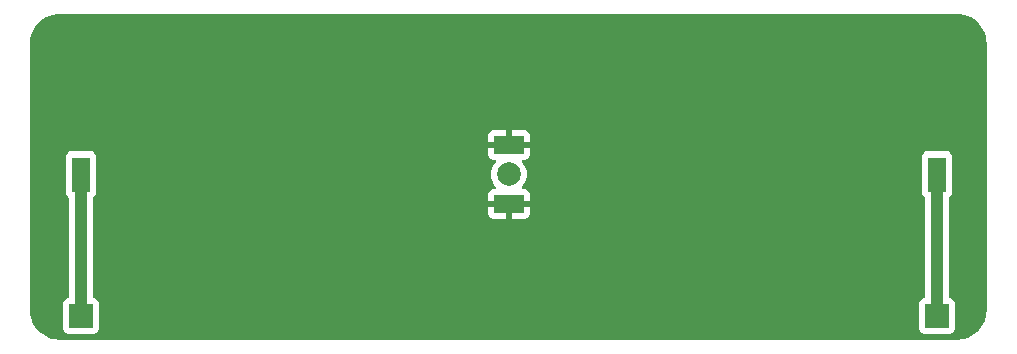
<source format=gbr>
%TF.GenerationSoftware,KiCad,Pcbnew,(6.0.6-0)*%
%TF.CreationDate,2022-09-18T15:49:11+02:00*%
%TF.ProjectId,magnetic-18350-holder-charger,6d61676e-6574-4696-932d-31383335302d,rev?*%
%TF.SameCoordinates,Original*%
%TF.FileFunction,Copper,L1,Top*%
%TF.FilePolarity,Positive*%
%FSLAX46Y46*%
G04 Gerber Fmt 4.6, Leading zero omitted, Abs format (unit mm)*
G04 Created by KiCad (PCBNEW (6.0.6-0)) date 2022-09-18 15:49:11*
%MOMM*%
%LPD*%
G01*
G04 APERTURE LIST*
%TA.AperFunction,SMDPad,CuDef*%
%ADD10R,2.000000X2.000000*%
%TD*%
%TA.AperFunction,ComponentPad*%
%ADD11R,1.500000X3.000000*%
%TD*%
%TA.AperFunction,ComponentPad*%
%ADD12C,2.000000*%
%TD*%
%TA.AperFunction,ComponentPad*%
%ADD13R,2.500000X1.500000*%
%TD*%
%TA.AperFunction,Conductor*%
%ADD14C,1.000000*%
%TD*%
G04 APERTURE END LIST*
D10*
%TO.P,VBAT+,1*%
%TO.N,Net-(U1-Pad5)*%
X102800000Y-102500000D03*
%TD*%
%TO.P,VBAT-,1*%
%TO.N,Net-(U1-Pad6)*%
X175300000Y-102500000D03*
%TD*%
D11*
%TO.P,U3,1,V+*%
%TO.N,Net-(U1-Pad5)*%
X102814644Y-90521091D03*
%TO.P,U3,2,V-*%
%TO.N,Net-(U1-Pad6)*%
X175314644Y-90521091D03*
%TD*%
D12*
%TO.P,U2,1,V+*%
%TO.N,Net-(U1-Pad3)*%
X139050000Y-90500000D03*
D13*
%TO.P,U2,2,GND*%
%TO.N,GND*%
X139050000Y-88000000D03*
%TO.P,U2,3,GND*%
X139050000Y-93000000D03*
%TD*%
D14*
%TO.N,Net-(U1-Pad5)*%
X102814644Y-90521091D02*
X102814644Y-102485356D01*
X102814644Y-102485356D02*
X102800000Y-102500000D01*
%TO.N,Net-(U1-Pad6)*%
X175314644Y-102485356D02*
X175300000Y-102500000D01*
X175314644Y-90521091D02*
X175314644Y-102485356D01*
%TD*%
%TA.AperFunction,Conductor*%
%TO.N,GND*%
G36*
X176988729Y-76911453D02*
G01*
X176995360Y-76912531D01*
X177010282Y-76914957D01*
X177027538Y-76912818D01*
X177051454Y-76912143D01*
X177195923Y-76921816D01*
X177307942Y-76929317D01*
X177322971Y-76931236D01*
X177602420Y-76984161D01*
X177617101Y-76987868D01*
X177882068Y-77072011D01*
X177888177Y-77073951D01*
X177902315Y-77079396D01*
X178161101Y-77197394D01*
X178174484Y-77204497D01*
X178413121Y-77350190D01*
X178417227Y-77352697D01*
X178429661Y-77361355D01*
X178652870Y-77537626D01*
X178664174Y-77547714D01*
X178864609Y-77749497D01*
X178874619Y-77760867D01*
X179047606Y-77982964D01*
X179049383Y-77985246D01*
X179057956Y-77997735D01*
X179203347Y-78239507D01*
X179204533Y-78241479D01*
X179211546Y-78254909D01*
X179327804Y-78514477D01*
X179333154Y-78528651D01*
X179417415Y-78800290D01*
X179421026Y-78815005D01*
X179472075Y-79094804D01*
X179473893Y-79109845D01*
X179488925Y-79359450D01*
X179487699Y-79385448D01*
X179487690Y-79386170D01*
X179486309Y-79395041D01*
X179487473Y-79403944D01*
X179487473Y-79403949D01*
X179490436Y-79426611D01*
X179491500Y-79442947D01*
X179491500Y-101950633D01*
X179490000Y-101970018D01*
X179487690Y-101984851D01*
X179487690Y-101984855D01*
X179486309Y-101993724D01*
X179488558Y-102010919D01*
X179489391Y-102034863D01*
X179473794Y-102292710D01*
X179471960Y-102307814D01*
X179420477Y-102588754D01*
X179416836Y-102603527D01*
X179331859Y-102876227D01*
X179326466Y-102890445D01*
X179209243Y-103150906D01*
X179202172Y-103164379D01*
X179054405Y-103408813D01*
X179045762Y-103421334D01*
X178869615Y-103646171D01*
X178859525Y-103657560D01*
X178657560Y-103859525D01*
X178646171Y-103869615D01*
X178421334Y-104045762D01*
X178408813Y-104054405D01*
X178164379Y-104202172D01*
X178150908Y-104209242D01*
X177890445Y-104326466D01*
X177876231Y-104331858D01*
X177603527Y-104416836D01*
X177588760Y-104420475D01*
X177379786Y-104458771D01*
X177307814Y-104471960D01*
X177292710Y-104473794D01*
X177042096Y-104488953D01*
X177015278Y-104487692D01*
X177015149Y-104487690D01*
X177006276Y-104486309D01*
X176997373Y-104487473D01*
X176997369Y-104487473D01*
X176974677Y-104490440D01*
X176958355Y-104491504D01*
X101022674Y-104500174D01*
X101001974Y-104498463D01*
X100981669Y-104495083D01*
X100964377Y-104497160D01*
X100940476Y-104497746D01*
X100837038Y-104490440D01*
X100684757Y-104479684D01*
X100669773Y-104477717D01*
X100391173Y-104423983D01*
X100376530Y-104420235D01*
X100106366Y-104333527D01*
X100092278Y-104328054D01*
X99834438Y-104209621D01*
X99821108Y-104202500D01*
X99579311Y-104054053D01*
X99566928Y-104045387D01*
X99451432Y-103953767D01*
X99344639Y-103869051D01*
X99333386Y-103858967D01*
X99133811Y-103657283D01*
X99123849Y-103645929D01*
X99047930Y-103548134D01*
X101291500Y-103548134D01*
X101298255Y-103610316D01*
X101349385Y-103746705D01*
X101436739Y-103863261D01*
X101553295Y-103950615D01*
X101689684Y-104001745D01*
X101751866Y-104008500D01*
X103848134Y-104008500D01*
X103910316Y-104001745D01*
X104046705Y-103950615D01*
X104163261Y-103863261D01*
X104250615Y-103746705D01*
X104301745Y-103610316D01*
X104308500Y-103548134D01*
X173791500Y-103548134D01*
X173798255Y-103610316D01*
X173849385Y-103746705D01*
X173936739Y-103863261D01*
X174053295Y-103950615D01*
X174189684Y-104001745D01*
X174251866Y-104008500D01*
X176348134Y-104008500D01*
X176410316Y-104001745D01*
X176546705Y-103950615D01*
X176663261Y-103863261D01*
X176750615Y-103746705D01*
X176801745Y-103610316D01*
X176808500Y-103548134D01*
X176808500Y-101451866D01*
X176801745Y-101389684D01*
X176750615Y-101253295D01*
X176663261Y-101136739D01*
X176546705Y-101049385D01*
X176410316Y-100998255D01*
X176411000Y-100996430D01*
X176358358Y-100966361D01*
X176325533Y-100903408D01*
X176323144Y-100878989D01*
X176323144Y-92525893D01*
X176343146Y-92457772D01*
X176373579Y-92425067D01*
X176420725Y-92389733D01*
X176427905Y-92384352D01*
X176515259Y-92267796D01*
X176566389Y-92131407D01*
X176573144Y-92069225D01*
X176573144Y-88972957D01*
X176566389Y-88910775D01*
X176515259Y-88774386D01*
X176427905Y-88657830D01*
X176311349Y-88570476D01*
X176174960Y-88519346D01*
X176112778Y-88512591D01*
X174516510Y-88512591D01*
X174454328Y-88519346D01*
X174317939Y-88570476D01*
X174201383Y-88657830D01*
X174114029Y-88774386D01*
X174062899Y-88910775D01*
X174056144Y-88972957D01*
X174056144Y-92069225D01*
X174062899Y-92131407D01*
X174114029Y-92267796D01*
X174201383Y-92384352D01*
X174208563Y-92389733D01*
X174255709Y-92425067D01*
X174298224Y-92481926D01*
X174306144Y-92525893D01*
X174306144Y-100872550D01*
X174286142Y-100940671D01*
X174232486Y-100987164D01*
X174205018Y-100994716D01*
X174205222Y-100995575D01*
X174197540Y-100997402D01*
X174189684Y-100998255D01*
X174053295Y-101049385D01*
X173936739Y-101136739D01*
X173849385Y-101253295D01*
X173798255Y-101389684D01*
X173791500Y-101451866D01*
X173791500Y-103548134D01*
X104308500Y-103548134D01*
X104308500Y-101451866D01*
X104301745Y-101389684D01*
X104250615Y-101253295D01*
X104163261Y-101136739D01*
X104046705Y-101049385D01*
X103910316Y-100998255D01*
X103911000Y-100996430D01*
X103858358Y-100966361D01*
X103825533Y-100903408D01*
X103823144Y-100878989D01*
X103823144Y-93794669D01*
X137292001Y-93794669D01*
X137292371Y-93801490D01*
X137297895Y-93852352D01*
X137301521Y-93867604D01*
X137346676Y-93988054D01*
X137355214Y-94003649D01*
X137431715Y-94105724D01*
X137444276Y-94118285D01*
X137546351Y-94194786D01*
X137561946Y-94203324D01*
X137682394Y-94248478D01*
X137697649Y-94252105D01*
X137748514Y-94257631D01*
X137755328Y-94258000D01*
X138777885Y-94258000D01*
X138793124Y-94253525D01*
X138794329Y-94252135D01*
X138796000Y-94244452D01*
X138796000Y-94239884D01*
X139304000Y-94239884D01*
X139308475Y-94255123D01*
X139309865Y-94256328D01*
X139317548Y-94257999D01*
X140344669Y-94257999D01*
X140351490Y-94257629D01*
X140402352Y-94252105D01*
X140417604Y-94248479D01*
X140538054Y-94203324D01*
X140553649Y-94194786D01*
X140655724Y-94118285D01*
X140668285Y-94105724D01*
X140744786Y-94003649D01*
X140753324Y-93988054D01*
X140798478Y-93867606D01*
X140802105Y-93852351D01*
X140807631Y-93801486D01*
X140808000Y-93794672D01*
X140808000Y-93272115D01*
X140803525Y-93256876D01*
X140802135Y-93255671D01*
X140794452Y-93254000D01*
X139322115Y-93254000D01*
X139306876Y-93258475D01*
X139305671Y-93259865D01*
X139304000Y-93267548D01*
X139304000Y-94239884D01*
X138796000Y-94239884D01*
X138796000Y-93272115D01*
X138791525Y-93256876D01*
X138790135Y-93255671D01*
X138782452Y-93254000D01*
X137310116Y-93254000D01*
X137294877Y-93258475D01*
X137293672Y-93259865D01*
X137292001Y-93267548D01*
X137292001Y-93794669D01*
X103823144Y-93794669D01*
X103823144Y-92727885D01*
X137292000Y-92727885D01*
X137296475Y-92743124D01*
X137297865Y-92744329D01*
X137305548Y-92746000D01*
X140789884Y-92746000D01*
X140805123Y-92741525D01*
X140806328Y-92740135D01*
X140807999Y-92732452D01*
X140807999Y-92205331D01*
X140807629Y-92198510D01*
X140802105Y-92147648D01*
X140798479Y-92132396D01*
X140753324Y-92011946D01*
X140744786Y-91996351D01*
X140668285Y-91894276D01*
X140655724Y-91881715D01*
X140553649Y-91805214D01*
X140538054Y-91796676D01*
X140417606Y-91751522D01*
X140402351Y-91747895D01*
X140351486Y-91742369D01*
X140344672Y-91742000D01*
X140246356Y-91742000D01*
X140178235Y-91721998D01*
X140131742Y-91668342D01*
X140121638Y-91598068D01*
X140150545Y-91534169D01*
X140274176Y-91389416D01*
X140276755Y-91385208D01*
X140276759Y-91385202D01*
X140395654Y-91191183D01*
X140398240Y-91186963D01*
X140489105Y-90967594D01*
X140544535Y-90736711D01*
X140563165Y-90500000D01*
X140544535Y-90263289D01*
X140489105Y-90032406D01*
X140398240Y-89813037D01*
X140395654Y-89808817D01*
X140276759Y-89614798D01*
X140276755Y-89614792D01*
X140274176Y-89610584D01*
X140150544Y-89465829D01*
X140121513Y-89401040D01*
X140132118Y-89330840D01*
X140178993Y-89277517D01*
X140246355Y-89257999D01*
X140344669Y-89257999D01*
X140351490Y-89257629D01*
X140402352Y-89252105D01*
X140417604Y-89248479D01*
X140538054Y-89203324D01*
X140553649Y-89194786D01*
X140655724Y-89118285D01*
X140668285Y-89105724D01*
X140744786Y-89003649D01*
X140753324Y-88988054D01*
X140798478Y-88867606D01*
X140802105Y-88852351D01*
X140807631Y-88801486D01*
X140808000Y-88794672D01*
X140808000Y-88272115D01*
X140803525Y-88256876D01*
X140802135Y-88255671D01*
X140794452Y-88254000D01*
X137310116Y-88254000D01*
X137294877Y-88258475D01*
X137293672Y-88259865D01*
X137292001Y-88267548D01*
X137292001Y-88794669D01*
X137292371Y-88801490D01*
X137297895Y-88852352D01*
X137301521Y-88867604D01*
X137346676Y-88988054D01*
X137355214Y-89003649D01*
X137431715Y-89105724D01*
X137444276Y-89118285D01*
X137546351Y-89194786D01*
X137561946Y-89203324D01*
X137682394Y-89248478D01*
X137697649Y-89252105D01*
X137748514Y-89257631D01*
X137755328Y-89258000D01*
X137853644Y-89258000D01*
X137921765Y-89278002D01*
X137968258Y-89331658D01*
X137978362Y-89401932D01*
X137949455Y-89465831D01*
X137825824Y-89610584D01*
X137823245Y-89614792D01*
X137823241Y-89614798D01*
X137704346Y-89808817D01*
X137701760Y-89813037D01*
X137610895Y-90032406D01*
X137555465Y-90263289D01*
X137536835Y-90500000D01*
X137555465Y-90736711D01*
X137610895Y-90967594D01*
X137701760Y-91186963D01*
X137704346Y-91191183D01*
X137823241Y-91385202D01*
X137823245Y-91385208D01*
X137825824Y-91389416D01*
X137949455Y-91534169D01*
X137949456Y-91534170D01*
X137978487Y-91598960D01*
X137967882Y-91669160D01*
X137921007Y-91722483D01*
X137853645Y-91742001D01*
X137755331Y-91742001D01*
X137748510Y-91742371D01*
X137697648Y-91747895D01*
X137682396Y-91751521D01*
X137561946Y-91796676D01*
X137546351Y-91805214D01*
X137444276Y-91881715D01*
X137431715Y-91894276D01*
X137355214Y-91996351D01*
X137346676Y-92011946D01*
X137301522Y-92132394D01*
X137297895Y-92147649D01*
X137292369Y-92198514D01*
X137292000Y-92205328D01*
X137292000Y-92727885D01*
X103823144Y-92727885D01*
X103823144Y-92525893D01*
X103843146Y-92457772D01*
X103873579Y-92425067D01*
X103920725Y-92389733D01*
X103927905Y-92384352D01*
X104015259Y-92267796D01*
X104066389Y-92131407D01*
X104073144Y-92069225D01*
X104073144Y-88972957D01*
X104066389Y-88910775D01*
X104015259Y-88774386D01*
X103927905Y-88657830D01*
X103811349Y-88570476D01*
X103674960Y-88519346D01*
X103612778Y-88512591D01*
X102016510Y-88512591D01*
X101954328Y-88519346D01*
X101817939Y-88570476D01*
X101701383Y-88657830D01*
X101614029Y-88774386D01*
X101562899Y-88910775D01*
X101556144Y-88972957D01*
X101556144Y-92069225D01*
X101562899Y-92131407D01*
X101614029Y-92267796D01*
X101701383Y-92384352D01*
X101708563Y-92389733D01*
X101755709Y-92425067D01*
X101798224Y-92481926D01*
X101806144Y-92525893D01*
X101806144Y-100872550D01*
X101786142Y-100940671D01*
X101732486Y-100987164D01*
X101705018Y-100994716D01*
X101705222Y-100995575D01*
X101697540Y-100997402D01*
X101689684Y-100998255D01*
X101553295Y-101049385D01*
X101436739Y-101136739D01*
X101349385Y-101253295D01*
X101298255Y-101389684D01*
X101291500Y-101451866D01*
X101291500Y-103548134D01*
X99047930Y-103548134D01*
X98949853Y-103421795D01*
X98941321Y-103409326D01*
X98795413Y-103165969D01*
X98788433Y-103152563D01*
X98672721Y-102893503D01*
X98667396Y-102879359D01*
X98583533Y-102608305D01*
X98579939Y-102593624D01*
X98529133Y-102314466D01*
X98527324Y-102299461D01*
X98512376Y-102050646D01*
X98513624Y-102024235D01*
X98513629Y-102023833D01*
X98515011Y-102014959D01*
X98513847Y-102006056D01*
X98513847Y-102006049D01*
X98510884Y-101983389D01*
X98509820Y-101967053D01*
X98509820Y-87727885D01*
X137292000Y-87727885D01*
X137296475Y-87743124D01*
X137297865Y-87744329D01*
X137305548Y-87746000D01*
X138777885Y-87746000D01*
X138793124Y-87741525D01*
X138794329Y-87740135D01*
X138796000Y-87732452D01*
X138796000Y-87727885D01*
X139304000Y-87727885D01*
X139308475Y-87743124D01*
X139309865Y-87744329D01*
X139317548Y-87746000D01*
X140789884Y-87746000D01*
X140805123Y-87741525D01*
X140806328Y-87740135D01*
X140807999Y-87732452D01*
X140807999Y-87205331D01*
X140807629Y-87198510D01*
X140802105Y-87147648D01*
X140798479Y-87132396D01*
X140753324Y-87011946D01*
X140744786Y-86996351D01*
X140668285Y-86894276D01*
X140655724Y-86881715D01*
X140553649Y-86805214D01*
X140538054Y-86796676D01*
X140417606Y-86751522D01*
X140402351Y-86747895D01*
X140351486Y-86742369D01*
X140344672Y-86742000D01*
X139322115Y-86742000D01*
X139306876Y-86746475D01*
X139305671Y-86747865D01*
X139304000Y-86755548D01*
X139304000Y-87727885D01*
X138796000Y-87727885D01*
X138796000Y-86760116D01*
X138791525Y-86744877D01*
X138790135Y-86743672D01*
X138782452Y-86742001D01*
X137755331Y-86742001D01*
X137748510Y-86742371D01*
X137697648Y-86747895D01*
X137682396Y-86751521D01*
X137561946Y-86796676D01*
X137546351Y-86805214D01*
X137444276Y-86881715D01*
X137431715Y-86894276D01*
X137355214Y-86996351D01*
X137346676Y-87011946D01*
X137301522Y-87132394D01*
X137297895Y-87147649D01*
X137292369Y-87198514D01*
X137292000Y-87205328D01*
X137292000Y-87727885D01*
X98509820Y-87727885D01*
X98509820Y-79450684D01*
X98511320Y-79431299D01*
X98513630Y-79416466D01*
X98513630Y-79416462D01*
X98515011Y-79407593D01*
X98512759Y-79390370D01*
X98511924Y-79366447D01*
X98527407Y-79109845D01*
X98527439Y-79109304D01*
X98529264Y-79094238D01*
X98535918Y-79057839D01*
X98580503Y-78813938D01*
X98584123Y-78799213D01*
X98668698Y-78527104D01*
X98674067Y-78512910D01*
X98731924Y-78384006D01*
X98790747Y-78252951D01*
X98797783Y-78239507D01*
X98944875Y-77995468D01*
X98953479Y-77982964D01*
X99128847Y-77758385D01*
X99138887Y-77747012D01*
X99339999Y-77545139D01*
X99351330Y-77535060D01*
X99575260Y-77358835D01*
X99587716Y-77350196D01*
X99831197Y-77202185D01*
X99844617Y-77195096D01*
X100099812Y-77079396D01*
X100104144Y-77077432D01*
X100118311Y-77072013D01*
X100390089Y-76986415D01*
X100404805Y-76982737D01*
X100684919Y-76930439D01*
X100699967Y-76928559D01*
X100931986Y-76913681D01*
X100949921Y-76912531D01*
X100976438Y-76913681D01*
X100976788Y-76913684D01*
X100985659Y-76915031D01*
X101016009Y-76910946D01*
X101032816Y-76909820D01*
X176968510Y-76909820D01*
X176988729Y-76911453D01*
G37*
%TD.AperFunction*%
%TD*%
M02*

</source>
